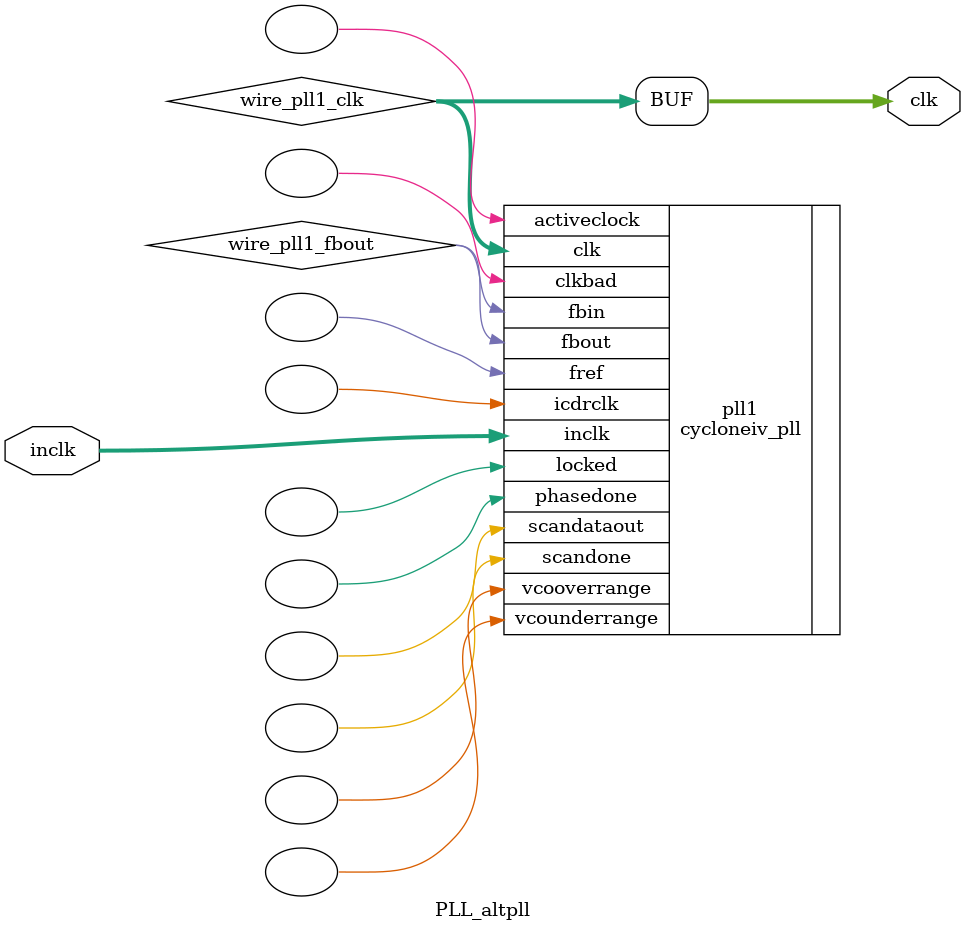
<source format=v>






//synthesis_resources = cycloneiv_pll 1 
//synopsys translate_off
`timescale 1 ps / 1 ps
//synopsys translate_on
module  PLL_altpll
	( 
	clk,
	inclk) /* synthesis synthesis_clearbox=1 */;
	output   [4:0]  clk;
	input   [1:0]  inclk;
`ifndef ALTERA_RESERVED_QIS
// synopsys translate_off
`endif
	tri0   [1:0]  inclk;
`ifndef ALTERA_RESERVED_QIS
// synopsys translate_on
`endif

	wire  [4:0]   wire_pll1_clk;
	wire  wire_pll1_fbout;

	cycloneiv_pll   pll1
	( 
	.activeclock(),
	.clk(wire_pll1_clk),
	.clkbad(),
	.fbin(wire_pll1_fbout),
	.fbout(wire_pll1_fbout),
	.fref(),
	.icdrclk(),
	.inclk(inclk),
	.locked(),
	.phasedone(),
	.scandataout(),
	.scandone(),
	.vcooverrange(),
	.vcounderrange()
	`ifndef FORMAL_VERIFICATION
	// synopsys translate_off
	`endif
	,
	.areset(1'b0),
	.clkswitch(1'b0),
	.configupdate(1'b0),
	.pfdena(1'b1),
	.phasecounterselect({3{1'b0}}),
	.phasestep(1'b0),
	.phaseupdown(1'b0),
	.scanclk(1'b0),
	.scanclkena(1'b1),
	.scandata(1'b0)
	`ifndef FORMAL_VERIFICATION
	// synopsys translate_on
	`endif
	);
	defparam
		pll1.bandwidth_type = "auto",
		pll1.clk0_divide_by = 1,
		pll1.clk0_duty_cycle = 50,
		pll1.clk0_multiply_by = 20,
		pll1.clk0_phase_shift = "0",
		pll1.compensate_clock = "clk0",
		pll1.inclk0_input_frequency = 20000,
		pll1.operation_mode = "normal",
		pll1.pll_type = "auto",
		pll1.lpm_type = "cycloneiv_pll";
	assign
		clk = {wire_pll1_clk[4:0]};
endmodule //PLL_altpll
//VALID FILE

</source>
